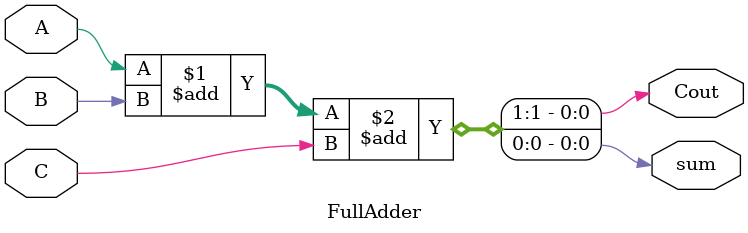
<source format=v>
`timescale 1ns / 1ps


module FullAdder(
input A,
input B,
input C,
output sum,
output Cout 
    );
    assign {Cout,sum}=A+B+C;
endmodule

</source>
